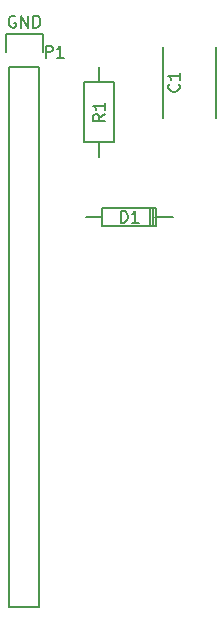
<source format=gto>
G04 #@! TF.FileFunction,Legend,Top*
%FSLAX46Y46*%
G04 Gerber Fmt 4.6, Leading zero omitted, Abs format (unit mm)*
G04 Created by KiCad (PCBNEW 4.0.4+e1-6308~48~ubuntu16.04.1-stable) date Thu Dec  1 13:36:35 2016*
%MOMM*%
%LPD*%
G01*
G04 APERTURE LIST*
%ADD10C,0.100000*%
%ADD11C,0.150000*%
G04 APERTURE END LIST*
D10*
D11*
X129540000Y-106680000D02*
X129540000Y-152400000D01*
X129540000Y-152400000D02*
X132080000Y-152400000D01*
X132080000Y-152400000D02*
X132080000Y-106680000D01*
X129260000Y-103860000D02*
X129260000Y-105410000D01*
X129540000Y-106680000D02*
X132080000Y-106680000D01*
X132360000Y-105410000D02*
X132360000Y-103860000D01*
X132360000Y-103860000D02*
X129260000Y-103860000D01*
X142530000Y-110990000D02*
X142530000Y-104990000D01*
X147030000Y-104990000D02*
X147030000Y-110990000D01*
X137413480Y-119382540D02*
X136016480Y-119382540D01*
X141858480Y-119382540D02*
X143382480Y-119382540D01*
X141477480Y-120144540D02*
X141477480Y-118620540D01*
X141731480Y-120144540D02*
X141731480Y-118620540D01*
X141985480Y-119382540D02*
X141985480Y-118620540D01*
X141985480Y-118620540D02*
X137413480Y-118620540D01*
X137413480Y-118620540D02*
X137413480Y-120144540D01*
X137413480Y-120144540D02*
X141985480Y-120144540D01*
X141985480Y-120144540D02*
X141985480Y-119382540D01*
X135890000Y-113030000D02*
X135890000Y-107950000D01*
X135890000Y-107950000D02*
X138430000Y-107950000D01*
X138430000Y-107950000D02*
X138430000Y-113030000D01*
X138430000Y-113030000D02*
X135890000Y-113030000D01*
X137160000Y-113030000D02*
X137160000Y-114300000D01*
X137160000Y-107950000D02*
X137160000Y-106680000D01*
X132611905Y-105862381D02*
X132611905Y-104862381D01*
X132992858Y-104862381D01*
X133088096Y-104910000D01*
X133135715Y-104957619D01*
X133183334Y-105052857D01*
X133183334Y-105195714D01*
X133135715Y-105290952D01*
X133088096Y-105338571D01*
X132992858Y-105386190D01*
X132611905Y-105386190D01*
X134135715Y-105862381D02*
X133564286Y-105862381D01*
X133850000Y-105862381D02*
X133850000Y-104862381D01*
X133754762Y-105005238D01*
X133659524Y-105100476D01*
X133564286Y-105148095D01*
X130048096Y-102370000D02*
X129952858Y-102322381D01*
X129810001Y-102322381D01*
X129667143Y-102370000D01*
X129571905Y-102465238D01*
X129524286Y-102560476D01*
X129476667Y-102750952D01*
X129476667Y-102893810D01*
X129524286Y-103084286D01*
X129571905Y-103179524D01*
X129667143Y-103274762D01*
X129810001Y-103322381D01*
X129905239Y-103322381D01*
X130048096Y-103274762D01*
X130095715Y-103227143D01*
X130095715Y-102893810D01*
X129905239Y-102893810D01*
X130524286Y-103322381D02*
X130524286Y-102322381D01*
X131095715Y-103322381D01*
X131095715Y-102322381D01*
X131571905Y-103322381D02*
X131571905Y-102322381D01*
X131810000Y-102322381D01*
X131952858Y-102370000D01*
X132048096Y-102465238D01*
X132095715Y-102560476D01*
X132143334Y-102750952D01*
X132143334Y-102893810D01*
X132095715Y-103084286D01*
X132048096Y-103179524D01*
X131952858Y-103274762D01*
X131810000Y-103322381D01*
X131571905Y-103322381D01*
X143867143Y-108116666D02*
X143914762Y-108164285D01*
X143962381Y-108307142D01*
X143962381Y-108402380D01*
X143914762Y-108545238D01*
X143819524Y-108640476D01*
X143724286Y-108688095D01*
X143533810Y-108735714D01*
X143390952Y-108735714D01*
X143200476Y-108688095D01*
X143105238Y-108640476D01*
X143010000Y-108545238D01*
X142962381Y-108402380D01*
X142962381Y-108307142D01*
X143010000Y-108164285D01*
X143057619Y-108116666D01*
X143962381Y-107164285D02*
X143962381Y-107735714D01*
X143962381Y-107450000D02*
X142962381Y-107450000D01*
X143105238Y-107545238D01*
X143200476Y-107640476D01*
X143248095Y-107735714D01*
X138961905Y-119832381D02*
X138961905Y-118832381D01*
X139200000Y-118832381D01*
X139342858Y-118880000D01*
X139438096Y-118975238D01*
X139485715Y-119070476D01*
X139533334Y-119260952D01*
X139533334Y-119403810D01*
X139485715Y-119594286D01*
X139438096Y-119689524D01*
X139342858Y-119784762D01*
X139200000Y-119832381D01*
X138961905Y-119832381D01*
X140485715Y-119832381D02*
X139914286Y-119832381D01*
X140200000Y-119832381D02*
X140200000Y-118832381D01*
X140104762Y-118975238D01*
X140009524Y-119070476D01*
X139914286Y-119118095D01*
X137612381Y-110656666D02*
X137136190Y-110990000D01*
X137612381Y-111228095D02*
X136612381Y-111228095D01*
X136612381Y-110847142D01*
X136660000Y-110751904D01*
X136707619Y-110704285D01*
X136802857Y-110656666D01*
X136945714Y-110656666D01*
X137040952Y-110704285D01*
X137088571Y-110751904D01*
X137136190Y-110847142D01*
X137136190Y-111228095D01*
X137612381Y-109704285D02*
X137612381Y-110275714D01*
X137612381Y-109990000D02*
X136612381Y-109990000D01*
X136755238Y-110085238D01*
X136850476Y-110180476D01*
X136898095Y-110275714D01*
M02*

</source>
